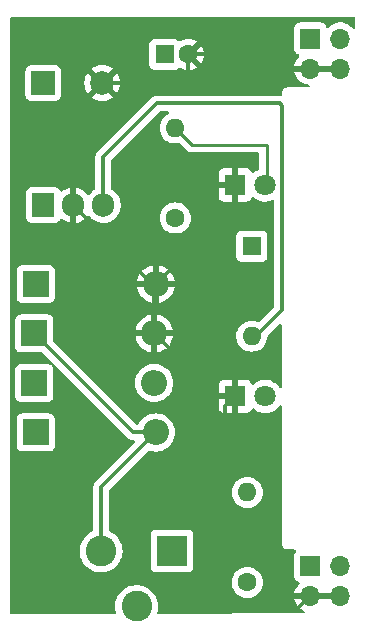
<source format=gbl>
%TF.GenerationSoftware,KiCad,Pcbnew,6.0.6*%
%TF.CreationDate,2022-09-01T23:29:10+01:00*%
%TF.ProjectId,breadbored power supply,62726561-6462-46f7-9265-6420706f7765,rev?*%
%TF.SameCoordinates,Original*%
%TF.FileFunction,Copper,L2,Bot*%
%TF.FilePolarity,Positive*%
%FSLAX46Y46*%
G04 Gerber Fmt 4.6, Leading zero omitted, Abs format (unit mm)*
G04 Created by KiCad (PCBNEW 6.0.6) date 2022-09-01 23:29:10*
%MOMM*%
%LPD*%
G01*
G04 APERTURE LIST*
%TA.AperFunction,ComponentPad*%
%ADD10C,1.600000*%
%TD*%
%TA.AperFunction,ComponentPad*%
%ADD11O,1.600000X1.600000*%
%TD*%
%TA.AperFunction,ComponentPad*%
%ADD12R,2.200000X2.200000*%
%TD*%
%TA.AperFunction,ComponentPad*%
%ADD13O,2.200000X2.200000*%
%TD*%
%TA.AperFunction,ComponentPad*%
%ADD14R,1.800000X1.800000*%
%TD*%
%TA.AperFunction,ComponentPad*%
%ADD15C,1.800000*%
%TD*%
%TA.AperFunction,ComponentPad*%
%ADD16R,1.905000X2.000000*%
%TD*%
%TA.AperFunction,ComponentPad*%
%ADD17O,1.905000X2.000000*%
%TD*%
%TA.AperFunction,ComponentPad*%
%ADD18R,1.600000X1.600000*%
%TD*%
%TA.AperFunction,ComponentPad*%
%ADD19R,2.600000X2.600000*%
%TD*%
%TA.AperFunction,ComponentPad*%
%ADD20C,2.600000*%
%TD*%
%TA.AperFunction,ComponentPad*%
%ADD21R,1.700000X1.700000*%
%TD*%
%TA.AperFunction,ComponentPad*%
%ADD22O,1.700000X1.700000*%
%TD*%
%TA.AperFunction,ComponentPad*%
%ADD23R,2.000000X2.000000*%
%TD*%
%TA.AperFunction,ComponentPad*%
%ADD24C,2.000000*%
%TD*%
%TA.AperFunction,Conductor*%
%ADD25C,0.300000*%
%TD*%
%TA.AperFunction,Conductor*%
%ADD26C,0.250000*%
%TD*%
G04 APERTURE END LIST*
D10*
%TO.P,R1,1*%
%TO.N,/Vout1*%
X148848000Y-128190000D03*
D11*
%TO.P,R1,2*%
%TO.N,Net-(R1-Pad2)*%
X148848000Y-120570000D03*
%TD*%
D12*
%TO.P,D1,1,K*%
%TO.N,/Vin*%
X130814000Y-111299000D03*
D13*
%TO.P,D1,2,A*%
%TO.N,Net-(D1-Pad2)*%
X140974000Y-111299000D03*
%TD*%
D14*
%TO.P,D6,1,K*%
%TO.N,/V-*%
X147832000Y-94535000D03*
D15*
%TO.P,D6,2,A*%
%TO.N,Net-(R2-Pad2)*%
X150372000Y-94535000D03*
%TD*%
D12*
%TO.P,D3,1,K*%
%TO.N,/Vin*%
X130941000Y-115490000D03*
D13*
%TO.P,D3,2,A*%
%TO.N,Net-(D4-Pad1)*%
X141101000Y-115490000D03*
%TD*%
D12*
%TO.P,D4,1,K*%
%TO.N,Net-(D4-Pad1)*%
X130814000Y-107108000D03*
D13*
%TO.P,D4,2,A*%
%TO.N,/V-*%
X140974000Y-107108000D03*
%TD*%
D16*
%TO.P,U1,1,VI*%
%TO.N,/Vin*%
X131576000Y-96242000D03*
D17*
%TO.P,U1,2,GND*%
%TO.N,/V-*%
X134116000Y-96242000D03*
%TO.P,U1,3,VO*%
%TO.N,/Vout1*%
X136656000Y-96242000D03*
%TD*%
D18*
%TO.P,C2,1*%
%TO.N,/Vout1*%
X141863000Y-83486000D03*
D10*
%TO.P,C2,2*%
%TO.N,/V-*%
X143863000Y-83486000D03*
%TD*%
D12*
%TO.P,D2,1,K*%
%TO.N,Net-(D1-Pad2)*%
X130941000Y-102917000D03*
D13*
%TO.P,D2,2,A*%
%TO.N,/V-*%
X141101000Y-102917000D03*
%TD*%
D19*
%TO.P,J1,1*%
%TO.N,Net-(D1-Pad2)*%
X142475000Y-125523000D03*
D20*
%TO.P,J1,2*%
%TO.N,Net-(D4-Pad1)*%
X136475000Y-125523000D03*
%TO.P,J1,3*%
%TO.N,unconnected-(J1-Pad3)*%
X139475000Y-130223000D03*
%TD*%
D14*
%TO.P,D5,1,K*%
%TO.N,/V-*%
X147832000Y-112442000D03*
D15*
%TO.P,D5,2,A*%
%TO.N,Net-(R1-Pad2)*%
X150372000Y-112442000D03*
%TD*%
D21*
%TO.P,J3,1,Pin_1*%
%TO.N,/Vout2*%
X154177000Y-126788000D03*
D22*
%TO.P,J3,2,Pin_2*%
X156717000Y-126788000D03*
%TO.P,J3,3,Pin_3*%
%TO.N,/V-*%
X154177000Y-129328000D03*
%TO.P,J3,4,Pin_4*%
X156717000Y-129328000D03*
%TD*%
D23*
%TO.P,C1,1*%
%TO.N,/Vin*%
X131576000Y-85899000D03*
D24*
%TO.P,C1,2*%
%TO.N,/V-*%
X136576000Y-85899000D03*
%TD*%
D21*
%TO.P,J2,1,Pin_1*%
%TO.N,/Vout2*%
X154177000Y-82135000D03*
D22*
%TO.P,J2,2,Pin_2*%
X156717000Y-82135000D03*
%TO.P,J2,3,Pin_3*%
%TO.N,/V-*%
X154177000Y-84675000D03*
%TO.P,J2,4,Pin_4*%
X156717000Y-84675000D03*
%TD*%
D10*
%TO.P,R2,1*%
%TO.N,/Vout2*%
X142752000Y-97329000D03*
D11*
%TO.P,R2,2*%
%TO.N,Net-(R2-Pad2)*%
X142752000Y-89709000D03*
%TD*%
D18*
%TO.P,SW1,1,A*%
%TO.N,/Vout2*%
X149229000Y-99721000D03*
D11*
%TO.P,SW1,2,B*%
%TO.N,/Vout1*%
X149229000Y-107341000D03*
%TD*%
D25*
%TO.N,/Vout1*%
X151801000Y-87838000D02*
X151801000Y-105138000D01*
X149598000Y-107341000D02*
X149229000Y-107341000D01*
X151801000Y-105138000D02*
X149598000Y-107341000D01*
X151601000Y-87638000D02*
X151801000Y-87838000D01*
X141201000Y-87638000D02*
X151601000Y-87638000D01*
X136656000Y-96242000D02*
X136656000Y-92183000D01*
X136656000Y-92183000D02*
X141201000Y-87638000D01*
D26*
%TO.N,Net-(R2-Pad2)*%
X150501000Y-94406000D02*
X150372000Y-94535000D01*
X150501000Y-91138000D02*
X150501000Y-94406000D01*
X144181000Y-91138000D02*
X150501000Y-91138000D01*
X142752000Y-89709000D02*
X144181000Y-91138000D01*
D25*
%TO.N,/V-*%
X156717000Y-129328000D02*
X154177000Y-129328000D01*
X134116000Y-96242000D02*
X134116000Y-88359000D01*
X154014000Y-84838000D02*
X154177000Y-84675000D01*
X140974000Y-107108000D02*
X140974000Y-103044000D01*
X143240000Y-85899000D02*
X143863000Y-85276000D01*
X147832000Y-112442000D02*
X146308000Y-112442000D01*
X150049000Y-83486000D02*
X151401000Y-84838000D01*
X141101000Y-102917000D02*
X140791000Y-102917000D01*
X151401000Y-84838000D02*
X154014000Y-84838000D01*
X140974000Y-103044000D02*
X141101000Y-102917000D01*
X147832000Y-96186000D02*
X147832000Y-94535000D01*
X147001000Y-113273000D02*
X147001000Y-130338000D01*
X140791000Y-102917000D02*
X134116000Y-96242000D01*
X154177000Y-129328000D02*
X154091000Y-129328000D01*
X136576000Y-85899000D02*
X143240000Y-85899000D01*
X143863000Y-83486000D02*
X150049000Y-83486000D01*
X141101000Y-102917000D02*
X147832000Y-96186000D01*
X147001000Y-130338000D02*
X153167000Y-130338000D01*
X153167000Y-130338000D02*
X154177000Y-129328000D01*
X143863000Y-85276000D02*
X143863000Y-83486000D01*
X146308000Y-112442000D02*
X140974000Y-107108000D01*
X154177000Y-84675000D02*
X156717000Y-84675000D01*
X134116000Y-88359000D02*
X136576000Y-85899000D01*
X147832000Y-112442000D02*
X147001000Y-113273000D01*
%TO.N,Net-(D4-Pad1)*%
X136475000Y-125523000D02*
X136475000Y-120116000D01*
X139196000Y-115490000D02*
X130814000Y-107108000D01*
X136475000Y-120116000D02*
X141101000Y-115490000D01*
X141101000Y-115490000D02*
X139196000Y-115490000D01*
%TD*%
%TA.AperFunction,Conductor*%
%TO.N,/V-*%
G36*
X157933621Y-80331502D02*
G01*
X157980114Y-80385158D01*
X157991500Y-80437500D01*
X157991500Y-81191323D01*
X157971498Y-81259444D01*
X157917842Y-81305937D01*
X157847568Y-81316041D01*
X157782988Y-81286547D01*
X157772307Y-81276123D01*
X157650152Y-81141876D01*
X157650142Y-81141867D01*
X157646670Y-81138051D01*
X157642619Y-81134852D01*
X157642615Y-81134848D01*
X157475414Y-81002800D01*
X157475410Y-81002798D01*
X157471359Y-80999598D01*
X157275789Y-80891638D01*
X157270920Y-80889914D01*
X157270916Y-80889912D01*
X157070087Y-80818795D01*
X157070083Y-80818794D01*
X157065212Y-80817069D01*
X157060119Y-80816162D01*
X157060116Y-80816161D01*
X156850373Y-80778800D01*
X156850367Y-80778799D01*
X156845284Y-80777894D01*
X156771452Y-80776992D01*
X156627081Y-80775228D01*
X156627079Y-80775228D01*
X156621911Y-80775165D01*
X156401091Y-80808955D01*
X156188756Y-80878357D01*
X155990607Y-80981507D01*
X155986474Y-80984610D01*
X155986471Y-80984612D01*
X155816100Y-81112530D01*
X155811965Y-81115635D01*
X155755537Y-81174684D01*
X155731283Y-81200064D01*
X155669759Y-81235494D01*
X155598846Y-81232037D01*
X155541060Y-81190791D01*
X155522207Y-81157243D01*
X155480767Y-81046703D01*
X155477615Y-81038295D01*
X155390261Y-80921739D01*
X155273705Y-80834385D01*
X155137316Y-80783255D01*
X155075134Y-80776500D01*
X153278866Y-80776500D01*
X153216684Y-80783255D01*
X153080295Y-80834385D01*
X152963739Y-80921739D01*
X152876385Y-81038295D01*
X152825255Y-81174684D01*
X152818500Y-81236866D01*
X152818500Y-83033134D01*
X152825255Y-83095316D01*
X152876385Y-83231705D01*
X152963739Y-83348261D01*
X153080295Y-83435615D01*
X153088704Y-83438767D01*
X153088705Y-83438768D01*
X153197960Y-83479726D01*
X153254725Y-83522367D01*
X153279425Y-83588929D01*
X153264218Y-83658278D01*
X153244825Y-83684759D01*
X153121590Y-83813717D01*
X153115104Y-83821727D01*
X152995098Y-83997649D01*
X152990000Y-84006623D01*
X152900338Y-84199783D01*
X152896775Y-84209470D01*
X152841389Y-84409183D01*
X152842912Y-84417607D01*
X152855292Y-84421000D01*
X156845000Y-84421000D01*
X156913121Y-84441002D01*
X156959614Y-84494658D01*
X156971000Y-84547000D01*
X156971000Y-84803000D01*
X156950998Y-84871121D01*
X156897342Y-84917614D01*
X156845000Y-84929000D01*
X152860225Y-84929000D01*
X152846694Y-84932973D01*
X152845257Y-84942966D01*
X152875565Y-85077446D01*
X152878645Y-85087275D01*
X152958770Y-85284603D01*
X152963413Y-85293794D01*
X153074694Y-85475388D01*
X153080777Y-85483699D01*
X153220213Y-85644667D01*
X153227580Y-85651883D01*
X153391434Y-85787916D01*
X153399881Y-85793831D01*
X153583756Y-85901279D01*
X153593042Y-85905729D01*
X153792001Y-85981703D01*
X153801899Y-85984579D01*
X154010595Y-86027038D01*
X154021901Y-86028386D01*
X154087175Y-86056310D01*
X154126990Y-86115092D01*
X154128705Y-86186068D01*
X154091775Y-86246704D01*
X154027926Y-86277748D01*
X154006987Y-86279500D01*
X152285623Y-86279500D01*
X152284853Y-86279498D01*
X152284037Y-86279493D01*
X152207279Y-86279024D01*
X152184918Y-86285415D01*
X152178847Y-86287150D01*
X152162085Y-86290728D01*
X152132813Y-86294920D01*
X152124645Y-86298634D01*
X152124644Y-86298634D01*
X152109438Y-86305548D01*
X152091914Y-86311996D01*
X152067229Y-86319051D01*
X152059635Y-86323843D01*
X152059632Y-86323844D01*
X152042220Y-86334830D01*
X152027137Y-86342969D01*
X152000218Y-86355208D01*
X151993416Y-86361069D01*
X151980765Y-86371970D01*
X151965761Y-86383073D01*
X151944042Y-86396776D01*
X151938103Y-86403501D01*
X151938099Y-86403504D01*
X151924468Y-86418938D01*
X151912276Y-86430982D01*
X151896673Y-86444427D01*
X151896671Y-86444430D01*
X151889873Y-86450287D01*
X151884993Y-86457816D01*
X151884992Y-86457817D01*
X151875906Y-86471835D01*
X151864615Y-86486709D01*
X151853569Y-86499217D01*
X151847622Y-86505951D01*
X151835058Y-86532711D01*
X151826737Y-86547691D01*
X151815529Y-86564983D01*
X151815527Y-86564988D01*
X151810648Y-86572515D01*
X151808078Y-86581108D01*
X151808076Y-86581113D01*
X151803289Y-86597120D01*
X151796628Y-86614564D01*
X151785719Y-86637800D01*
X151784338Y-86646667D01*
X151784338Y-86646668D01*
X151781170Y-86667015D01*
X151777387Y-86683732D01*
X151771485Y-86703466D01*
X151771484Y-86703472D01*
X151768914Y-86712066D01*
X151768859Y-86721037D01*
X151768859Y-86721038D01*
X151768704Y-86746497D01*
X151768671Y-86747289D01*
X151768500Y-86748386D01*
X151768500Y-86779377D01*
X151768498Y-86780147D01*
X151768065Y-86850996D01*
X151747647Y-86918993D01*
X151693708Y-86965157D01*
X151637709Y-86972606D01*
X151637600Y-86976083D01*
X151629677Y-86975834D01*
X151621848Y-86974594D01*
X151575859Y-86978941D01*
X151564004Y-86979500D01*
X141283059Y-86979500D01*
X141271203Y-86978941D01*
X141263463Y-86977211D01*
X141255537Y-86977460D01*
X141255536Y-86977460D01*
X141192611Y-86979438D01*
X141188653Y-86979500D01*
X141159568Y-86979500D01*
X141155637Y-86979997D01*
X141155630Y-86979997D01*
X141155179Y-86980054D01*
X141143343Y-86980986D01*
X141097169Y-86982438D01*
X141076579Y-86988420D01*
X141057218Y-86992430D01*
X141050230Y-86993312D01*
X141043796Y-86994125D01*
X141043795Y-86994125D01*
X141035936Y-86995118D01*
X141028571Y-86998034D01*
X141028567Y-86998035D01*
X140992979Y-87012126D01*
X140981769Y-87015965D01*
X140937400Y-87028855D01*
X140918935Y-87039775D01*
X140901195Y-87048466D01*
X140881244Y-87056365D01*
X140862410Y-87070049D01*
X140843874Y-87083516D01*
X140833952Y-87090033D01*
X140801023Y-87109507D01*
X140801019Y-87109510D01*
X140794193Y-87113547D01*
X140779029Y-87128711D01*
X140763996Y-87141551D01*
X140746643Y-87154159D01*
X140717198Y-87189752D01*
X140709208Y-87198532D01*
X136248395Y-91659345D01*
X136239615Y-91667335D01*
X136239613Y-91667337D01*
X136232920Y-91671584D01*
X136227494Y-91677362D01*
X136227493Y-91677363D01*
X136184396Y-91723257D01*
X136181641Y-91726099D01*
X136161073Y-91746667D01*
X136158356Y-91750170D01*
X136150648Y-91759195D01*
X136119028Y-91792867D01*
X136115207Y-91799818D01*
X136115206Y-91799819D01*
X136108697Y-91811658D01*
X136097843Y-91828182D01*
X136090018Y-91838271D01*
X136084696Y-91845132D01*
X136081549Y-91852404D01*
X136081548Y-91852406D01*
X136066346Y-91887535D01*
X136061124Y-91898195D01*
X136038876Y-91938663D01*
X136033541Y-91959441D01*
X136027142Y-91978131D01*
X136018620Y-91997824D01*
X136017380Y-92005655D01*
X136011394Y-92043448D01*
X136008987Y-92055071D01*
X135997500Y-92099812D01*
X135997500Y-92121259D01*
X135995949Y-92140969D01*
X135992594Y-92162152D01*
X135993340Y-92170043D01*
X135996941Y-92208138D01*
X135997500Y-92219996D01*
X135997500Y-94813643D01*
X135977498Y-94881764D01*
X135929682Y-94925405D01*
X135874800Y-94953975D01*
X135870657Y-94957085D01*
X135870658Y-94957085D01*
X135705867Y-95080814D01*
X135682680Y-95098223D01*
X135516699Y-95271912D01*
X135491160Y-95309351D01*
X135436249Y-95354352D01*
X135365725Y-95362523D01*
X135301978Y-95331269D01*
X135281284Y-95306790D01*
X135279915Y-95304674D01*
X135273622Y-95296502D01*
X135118950Y-95126520D01*
X135111417Y-95119494D01*
X134931056Y-94977055D01*
X134922469Y-94971350D01*
X134721278Y-94860286D01*
X134711866Y-94856056D01*
X134495232Y-94779341D01*
X134485261Y-94776707D01*
X134387837Y-94759353D01*
X134374540Y-94760813D01*
X134370000Y-94775370D01*
X134370000Y-97710096D01*
X134373918Y-97723440D01*
X134388194Y-97725427D01*
X134450515Y-97715890D01*
X134460543Y-97713501D01*
X134678988Y-97642102D01*
X134688497Y-97638105D01*
X134892344Y-97531989D01*
X134901069Y-97526495D01*
X135084852Y-97388507D01*
X135092559Y-97381664D01*
X135251339Y-97215509D01*
X135257823Y-97207502D01*
X135280237Y-97174644D01*
X135335148Y-97129641D01*
X135405672Y-97121468D01*
X135469420Y-97152722D01*
X135490116Y-97177204D01*
X135494498Y-97183977D01*
X135656186Y-97361670D01*
X135707331Y-97402062D01*
X135840670Y-97507367D01*
X135840675Y-97507370D01*
X135844724Y-97510568D01*
X135849240Y-97513061D01*
X135849243Y-97513063D01*
X136050526Y-97624177D01*
X136050530Y-97624179D01*
X136055050Y-97626674D01*
X136059919Y-97628398D01*
X136059923Y-97628400D01*
X136276640Y-97705144D01*
X136276644Y-97705145D01*
X136281515Y-97706870D01*
X136286608Y-97707777D01*
X136286611Y-97707778D01*
X136512948Y-97748095D01*
X136512954Y-97748096D01*
X136518037Y-97749001D01*
X136605400Y-97750068D01*
X136753093Y-97751873D01*
X136753095Y-97751873D01*
X136758263Y-97751936D01*
X136995744Y-97715596D01*
X137107997Y-97678906D01*
X137219183Y-97642566D01*
X137219189Y-97642563D01*
X137224101Y-97640958D01*
X137228687Y-97638571D01*
X137228691Y-97638569D01*
X137432607Y-97532416D01*
X137437200Y-97530025D01*
X137519387Y-97468317D01*
X137625185Y-97388882D01*
X137625188Y-97388880D01*
X137629320Y-97385777D01*
X137683577Y-97329000D01*
X141438502Y-97329000D01*
X141458457Y-97557087D01*
X141459881Y-97562400D01*
X141459881Y-97562402D01*
X141509881Y-97749001D01*
X141517716Y-97778243D01*
X141520039Y-97783224D01*
X141520039Y-97783225D01*
X141612151Y-97980762D01*
X141612154Y-97980767D01*
X141614477Y-97985749D01*
X141745802Y-98173300D01*
X141907700Y-98335198D01*
X141912208Y-98338355D01*
X141912211Y-98338357D01*
X141990389Y-98393098D01*
X142095251Y-98466523D01*
X142100233Y-98468846D01*
X142100238Y-98468849D01*
X142297775Y-98560961D01*
X142302757Y-98563284D01*
X142308065Y-98564706D01*
X142308067Y-98564707D01*
X142518598Y-98621119D01*
X142518600Y-98621119D01*
X142523913Y-98622543D01*
X142752000Y-98642498D01*
X142980087Y-98622543D01*
X142985400Y-98621119D01*
X142985402Y-98621119D01*
X143195933Y-98564707D01*
X143195935Y-98564706D01*
X143201243Y-98563284D01*
X143206225Y-98560961D01*
X143403762Y-98468849D01*
X143403767Y-98468846D01*
X143408749Y-98466523D01*
X143513611Y-98393098D01*
X143591789Y-98338357D01*
X143591792Y-98338355D01*
X143596300Y-98335198D01*
X143758198Y-98173300D01*
X143889523Y-97985749D01*
X143891846Y-97980767D01*
X143891849Y-97980762D01*
X143983961Y-97783225D01*
X143983961Y-97783224D01*
X143986284Y-97778243D01*
X143994120Y-97749001D01*
X144044119Y-97562402D01*
X144044119Y-97562400D01*
X144045543Y-97557087D01*
X144065498Y-97329000D01*
X144045543Y-97100913D01*
X144022153Y-97013622D01*
X143987707Y-96885067D01*
X143987706Y-96885065D01*
X143986284Y-96879757D01*
X143949282Y-96800405D01*
X143891849Y-96677238D01*
X143891846Y-96677233D01*
X143889523Y-96672251D01*
X143758198Y-96484700D01*
X143596300Y-96322802D01*
X143591792Y-96319645D01*
X143591789Y-96319643D01*
X143513611Y-96264902D01*
X143408749Y-96191477D01*
X143403767Y-96189154D01*
X143403762Y-96189151D01*
X143206225Y-96097039D01*
X143206224Y-96097039D01*
X143201243Y-96094716D01*
X143195935Y-96093294D01*
X143195933Y-96093293D01*
X142985402Y-96036881D01*
X142985400Y-96036881D01*
X142980087Y-96035457D01*
X142752000Y-96015502D01*
X142523913Y-96035457D01*
X142518600Y-96036881D01*
X142518598Y-96036881D01*
X142308067Y-96093293D01*
X142308065Y-96093294D01*
X142302757Y-96094716D01*
X142297776Y-96097039D01*
X142297775Y-96097039D01*
X142100238Y-96189151D01*
X142100233Y-96189154D01*
X142095251Y-96191477D01*
X141990389Y-96264902D01*
X141912211Y-96319643D01*
X141912208Y-96319645D01*
X141907700Y-96322802D01*
X141745802Y-96484700D01*
X141614477Y-96672251D01*
X141612154Y-96677233D01*
X141612151Y-96677238D01*
X141554718Y-96800405D01*
X141517716Y-96879757D01*
X141516294Y-96885065D01*
X141516293Y-96885067D01*
X141481847Y-97013622D01*
X141458457Y-97100913D01*
X141438502Y-97329000D01*
X137683577Y-97329000D01*
X137795301Y-97212088D01*
X137930686Y-97013622D01*
X137945243Y-96982263D01*
X138029658Y-96800405D01*
X138029659Y-96800401D01*
X138031837Y-96795710D01*
X138096040Y-96564202D01*
X138117000Y-96368072D01*
X138117000Y-96133598D01*
X138115548Y-96115928D01*
X138102746Y-95960224D01*
X138102322Y-95955063D01*
X138043794Y-95722056D01*
X137970115Y-95552604D01*
X137950057Y-95506474D01*
X137950055Y-95506471D01*
X137947997Y-95501737D01*
X137933721Y-95479669D01*
X146424001Y-95479669D01*
X146424371Y-95486490D01*
X146429895Y-95537352D01*
X146433521Y-95552604D01*
X146478676Y-95673054D01*
X146487214Y-95688649D01*
X146563715Y-95790724D01*
X146576276Y-95803285D01*
X146678351Y-95879786D01*
X146693946Y-95888324D01*
X146814394Y-95933478D01*
X146829649Y-95937105D01*
X146880514Y-95942631D01*
X146887328Y-95943000D01*
X147559885Y-95943000D01*
X147575124Y-95938525D01*
X147576329Y-95937135D01*
X147578000Y-95929452D01*
X147578000Y-94807115D01*
X147573525Y-94791876D01*
X147572135Y-94790671D01*
X147564452Y-94789000D01*
X146442116Y-94789000D01*
X146426877Y-94793475D01*
X146425672Y-94794865D01*
X146424001Y-94802548D01*
X146424001Y-95479669D01*
X137933721Y-95479669D01*
X137817502Y-95300023D01*
X137655814Y-95122330D01*
X137467276Y-94973432D01*
X137427704Y-94951587D01*
X137379606Y-94925035D01*
X137329635Y-94874602D01*
X137314500Y-94814727D01*
X137314500Y-94262885D01*
X146424000Y-94262885D01*
X146428475Y-94278124D01*
X146429865Y-94279329D01*
X146437548Y-94281000D01*
X147559885Y-94281000D01*
X147575124Y-94276525D01*
X147576329Y-94275135D01*
X147578000Y-94267452D01*
X147578000Y-93145116D01*
X147573525Y-93129877D01*
X147572135Y-93128672D01*
X147564452Y-93127001D01*
X146887331Y-93127001D01*
X146880510Y-93127371D01*
X146829648Y-93132895D01*
X146814396Y-93136521D01*
X146693946Y-93181676D01*
X146678351Y-93190214D01*
X146576276Y-93266715D01*
X146563715Y-93279276D01*
X146487214Y-93381351D01*
X146478676Y-93396946D01*
X146433522Y-93517394D01*
X146429895Y-93532649D01*
X146424369Y-93583514D01*
X146424000Y-93590328D01*
X146424000Y-94262885D01*
X137314500Y-94262885D01*
X137314500Y-92507950D01*
X137334502Y-92439829D01*
X137351405Y-92418855D01*
X141436855Y-88333405D01*
X141499167Y-88299379D01*
X141525950Y-88296500D01*
X142116592Y-88296500D01*
X142184713Y-88316502D01*
X142231206Y-88370158D01*
X142241310Y-88440432D01*
X142211816Y-88505012D01*
X142169841Y-88536695D01*
X142100242Y-88569149D01*
X142100236Y-88569153D01*
X142095251Y-88571477D01*
X141990389Y-88644902D01*
X141912211Y-88699643D01*
X141912208Y-88699645D01*
X141907700Y-88702802D01*
X141745802Y-88864700D01*
X141614477Y-89052251D01*
X141612154Y-89057233D01*
X141612151Y-89057238D01*
X141520039Y-89254775D01*
X141517716Y-89259757D01*
X141458457Y-89480913D01*
X141438502Y-89709000D01*
X141458457Y-89937087D01*
X141459880Y-89942398D01*
X141459881Y-89942402D01*
X141475460Y-90000541D01*
X141517716Y-90158243D01*
X141520039Y-90163224D01*
X141520039Y-90163225D01*
X141612151Y-90360762D01*
X141612154Y-90360767D01*
X141614477Y-90365749D01*
X141617634Y-90370257D01*
X141739504Y-90544305D01*
X141745802Y-90553300D01*
X141907700Y-90715198D01*
X141912208Y-90718355D01*
X141912211Y-90718357D01*
X141990389Y-90773098D01*
X142095251Y-90846523D01*
X142100233Y-90848846D01*
X142100238Y-90848849D01*
X142297775Y-90940961D01*
X142302757Y-90943284D01*
X142308065Y-90944706D01*
X142308067Y-90944707D01*
X142518598Y-91001119D01*
X142518600Y-91001119D01*
X142523913Y-91002543D01*
X142752000Y-91022498D01*
X142980087Y-91002543D01*
X142985398Y-91001120D01*
X142985409Y-91001118D01*
X143043541Y-90985541D01*
X143114517Y-90987230D01*
X143165248Y-91018152D01*
X143677343Y-91530247D01*
X143684887Y-91538537D01*
X143689000Y-91545018D01*
X143694777Y-91550443D01*
X143738667Y-91591658D01*
X143741509Y-91594413D01*
X143761230Y-91614134D01*
X143764425Y-91616612D01*
X143773447Y-91624318D01*
X143805679Y-91654586D01*
X143812628Y-91658406D01*
X143823432Y-91664346D01*
X143839956Y-91675199D01*
X143855959Y-91687613D01*
X143896543Y-91705176D01*
X143907173Y-91710383D01*
X143945940Y-91731695D01*
X143953617Y-91733666D01*
X143953622Y-91733668D01*
X143965558Y-91736732D01*
X143984266Y-91743137D01*
X144002855Y-91751181D01*
X144010683Y-91752421D01*
X144010690Y-91752423D01*
X144046524Y-91758099D01*
X144058144Y-91760505D01*
X144093289Y-91769528D01*
X144100970Y-91771500D01*
X144121224Y-91771500D01*
X144140934Y-91773051D01*
X144160943Y-91776220D01*
X144168835Y-91775474D01*
X144204961Y-91772059D01*
X144216819Y-91771500D01*
X149741500Y-91771500D01*
X149809621Y-91791502D01*
X149856114Y-91845158D01*
X149867500Y-91897500D01*
X149867500Y-93133167D01*
X149847498Y-93201288D01*
X149799684Y-93244928D01*
X149618872Y-93339052D01*
X149614739Y-93342155D01*
X149614736Y-93342157D01*
X149437790Y-93475012D01*
X149433655Y-93478117D01*
X149430083Y-93481855D01*
X149415787Y-93496815D01*
X149354263Y-93532245D01*
X149283351Y-93528788D01*
X149225564Y-93487543D01*
X149206711Y-93453994D01*
X149185324Y-93396946D01*
X149176786Y-93381351D01*
X149100285Y-93279276D01*
X149087724Y-93266715D01*
X148985649Y-93190214D01*
X148970054Y-93181676D01*
X148849606Y-93136522D01*
X148834351Y-93132895D01*
X148783486Y-93127369D01*
X148776672Y-93127000D01*
X148104115Y-93127000D01*
X148088876Y-93131475D01*
X148087671Y-93132865D01*
X148086000Y-93140548D01*
X148086000Y-95924884D01*
X148090475Y-95940123D01*
X148091865Y-95941328D01*
X148099548Y-95942999D01*
X148776669Y-95942999D01*
X148783490Y-95942629D01*
X148834352Y-95937105D01*
X148849604Y-95933479D01*
X148970054Y-95888324D01*
X148985649Y-95879786D01*
X149087724Y-95803285D01*
X149100285Y-95790724D01*
X149176786Y-95688649D01*
X149185324Y-95673054D01*
X149206773Y-95615840D01*
X149249415Y-95559075D01*
X149315977Y-95534376D01*
X149385325Y-95549584D01*
X149405240Y-95563126D01*
X149561349Y-95692730D01*
X149761322Y-95809584D01*
X149977694Y-95892209D01*
X149982760Y-95893240D01*
X149982761Y-95893240D01*
X150035846Y-95904040D01*
X150204656Y-95938385D01*
X150335324Y-95943176D01*
X150430949Y-95946683D01*
X150430953Y-95946683D01*
X150436113Y-95946872D01*
X150441233Y-95946216D01*
X150441235Y-95946216D01*
X150540668Y-95933478D01*
X150665847Y-95917442D01*
X150670795Y-95915957D01*
X150670802Y-95915956D01*
X150882747Y-95852369D01*
X150887690Y-95850886D01*
X150892324Y-95848616D01*
X150961068Y-95814939D01*
X151031042Y-95802933D01*
X151096399Y-95830664D01*
X151136389Y-95889327D01*
X151142500Y-95928091D01*
X151142500Y-104813051D01*
X151122498Y-104881172D01*
X151105595Y-104902146D01*
X149892562Y-106115178D01*
X149830250Y-106149204D01*
X149759434Y-106144139D01*
X149750218Y-106140278D01*
X149683232Y-106109042D01*
X149683228Y-106109041D01*
X149678243Y-106106716D01*
X149567665Y-106077086D01*
X149462402Y-106048881D01*
X149462400Y-106048881D01*
X149457087Y-106047457D01*
X149229000Y-106027502D01*
X149000913Y-106047457D01*
X148995600Y-106048881D01*
X148995598Y-106048881D01*
X148785067Y-106105293D01*
X148785065Y-106105294D01*
X148779757Y-106106716D01*
X148774776Y-106109039D01*
X148774775Y-106109039D01*
X148577238Y-106201151D01*
X148577233Y-106201154D01*
X148572251Y-106203477D01*
X148467389Y-106276902D01*
X148389211Y-106331643D01*
X148389208Y-106331645D01*
X148384700Y-106334802D01*
X148222802Y-106496700D01*
X148091477Y-106684251D01*
X148089154Y-106689233D01*
X148089151Y-106689238D01*
X148020769Y-106835885D01*
X147994716Y-106891757D01*
X147935457Y-107112913D01*
X147915502Y-107341000D01*
X147935457Y-107569087D01*
X147936881Y-107574400D01*
X147936881Y-107574402D01*
X147986568Y-107759833D01*
X147994716Y-107790243D01*
X147997039Y-107795224D01*
X147997039Y-107795225D01*
X148089151Y-107992762D01*
X148089154Y-107992767D01*
X148091477Y-107997749D01*
X148222802Y-108185300D01*
X148384700Y-108347198D01*
X148389208Y-108350355D01*
X148389211Y-108350357D01*
X148467389Y-108405098D01*
X148572251Y-108478523D01*
X148577233Y-108480846D01*
X148577238Y-108480849D01*
X148774775Y-108572961D01*
X148779757Y-108575284D01*
X148785065Y-108576706D01*
X148785067Y-108576707D01*
X148995598Y-108633119D01*
X148995600Y-108633119D01*
X149000913Y-108634543D01*
X149229000Y-108654498D01*
X149457087Y-108634543D01*
X149462400Y-108633119D01*
X149462402Y-108633119D01*
X149672933Y-108576707D01*
X149672935Y-108576706D01*
X149678243Y-108575284D01*
X149683225Y-108572961D01*
X149880762Y-108480849D01*
X149880767Y-108480846D01*
X149885749Y-108478523D01*
X149990611Y-108405098D01*
X150068789Y-108350357D01*
X150068792Y-108350355D01*
X150073300Y-108347198D01*
X150235198Y-108185300D01*
X150366523Y-107997749D01*
X150368846Y-107992767D01*
X150368849Y-107992762D01*
X150460961Y-107795225D01*
X150460961Y-107795224D01*
X150463284Y-107790243D01*
X150471433Y-107759833D01*
X150521119Y-107574402D01*
X150521119Y-107574400D01*
X150522543Y-107569087D01*
X150523022Y-107563611D01*
X150523023Y-107563606D01*
X150539076Y-107380115D01*
X150539770Y-107372177D01*
X150565633Y-107306059D01*
X150576188Y-107294072D01*
X151553407Y-106316853D01*
X151615717Y-106282829D01*
X151686532Y-106287893D01*
X151743368Y-106330440D01*
X151768179Y-106396960D01*
X151768500Y-106405949D01*
X151768500Y-111580698D01*
X151748498Y-111648819D01*
X151694842Y-111695312D01*
X151624568Y-111705416D01*
X151559988Y-111675922D01*
X151536708Y-111649138D01*
X151494574Y-111584009D01*
X151491764Y-111579665D01*
X151335887Y-111408358D01*
X151331836Y-111405159D01*
X151331832Y-111405155D01*
X151158177Y-111268011D01*
X151158172Y-111268008D01*
X151154123Y-111264810D01*
X151149607Y-111262317D01*
X151149604Y-111262315D01*
X150955879Y-111155373D01*
X150955875Y-111155371D01*
X150951355Y-111152876D01*
X150946486Y-111151152D01*
X150946482Y-111151150D01*
X150737903Y-111077288D01*
X150737899Y-111077287D01*
X150733028Y-111075562D01*
X150727935Y-111074655D01*
X150727932Y-111074654D01*
X150510095Y-111035851D01*
X150510089Y-111035850D01*
X150505006Y-111034945D01*
X150427644Y-111034000D01*
X150278581Y-111032179D01*
X150278579Y-111032179D01*
X150273411Y-111032116D01*
X150044464Y-111067150D01*
X149824314Y-111139106D01*
X149819726Y-111141494D01*
X149819722Y-111141496D01*
X149623461Y-111243663D01*
X149618872Y-111246052D01*
X149614739Y-111249155D01*
X149614736Y-111249157D01*
X149437790Y-111382012D01*
X149433655Y-111385117D01*
X149430083Y-111388855D01*
X149415787Y-111403815D01*
X149354263Y-111439245D01*
X149283351Y-111435788D01*
X149225564Y-111394543D01*
X149206711Y-111360994D01*
X149185324Y-111303946D01*
X149176786Y-111288351D01*
X149100285Y-111186276D01*
X149087724Y-111173715D01*
X148985649Y-111097214D01*
X148970054Y-111088676D01*
X148849606Y-111043522D01*
X148834351Y-111039895D01*
X148783486Y-111034369D01*
X148776672Y-111034000D01*
X148104115Y-111034000D01*
X148088876Y-111038475D01*
X148087671Y-111039865D01*
X148086000Y-111047548D01*
X148086000Y-113831884D01*
X148090475Y-113847123D01*
X148091865Y-113848328D01*
X148099548Y-113849999D01*
X148776669Y-113849999D01*
X148783490Y-113849629D01*
X148834352Y-113844105D01*
X148849604Y-113840479D01*
X148970054Y-113795324D01*
X148985649Y-113786786D01*
X149087724Y-113710285D01*
X149100285Y-113697724D01*
X149176786Y-113595649D01*
X149185324Y-113580054D01*
X149206773Y-113522840D01*
X149249415Y-113466075D01*
X149315977Y-113441376D01*
X149385325Y-113456584D01*
X149405240Y-113470126D01*
X149561349Y-113599730D01*
X149761322Y-113716584D01*
X149977694Y-113799209D01*
X149982760Y-113800240D01*
X149982761Y-113800240D01*
X150035846Y-113811040D01*
X150204656Y-113845385D01*
X150335324Y-113850176D01*
X150430949Y-113853683D01*
X150430953Y-113853683D01*
X150436113Y-113853872D01*
X150441233Y-113853216D01*
X150441235Y-113853216D01*
X150540668Y-113840478D01*
X150665847Y-113824442D01*
X150670795Y-113822957D01*
X150670802Y-113822956D01*
X150882747Y-113759369D01*
X150887690Y-113757886D01*
X150968236Y-113718427D01*
X151091049Y-113658262D01*
X151091052Y-113658260D01*
X151095684Y-113655991D01*
X151284243Y-113521494D01*
X151448303Y-113358005D01*
X151451317Y-113353811D01*
X151451326Y-113353800D01*
X151540178Y-113230149D01*
X151596172Y-113186501D01*
X151666876Y-113180055D01*
X151729840Y-113212858D01*
X151765074Y-113274494D01*
X151768500Y-113303675D01*
X151768500Y-124879377D01*
X151768498Y-124880147D01*
X151768024Y-124957721D01*
X151770491Y-124966352D01*
X151776150Y-124986153D01*
X151779728Y-125002915D01*
X151783920Y-125032187D01*
X151787634Y-125040355D01*
X151787634Y-125040356D01*
X151794548Y-125055562D01*
X151800996Y-125073086D01*
X151808051Y-125097771D01*
X151812843Y-125105365D01*
X151812844Y-125105368D01*
X151823830Y-125122780D01*
X151831969Y-125137863D01*
X151844208Y-125164782D01*
X151850069Y-125171584D01*
X151860970Y-125184235D01*
X151872073Y-125199239D01*
X151885776Y-125220958D01*
X151892501Y-125226897D01*
X151892504Y-125226901D01*
X151907938Y-125240532D01*
X151919982Y-125252724D01*
X151933427Y-125268327D01*
X151933430Y-125268329D01*
X151939287Y-125275127D01*
X151946816Y-125280007D01*
X151946817Y-125280008D01*
X151960835Y-125289094D01*
X151975709Y-125300385D01*
X151988217Y-125311431D01*
X151994951Y-125317378D01*
X152021711Y-125329942D01*
X152036691Y-125338263D01*
X152053983Y-125349471D01*
X152053988Y-125349473D01*
X152061515Y-125354352D01*
X152070108Y-125356922D01*
X152070113Y-125356924D01*
X152086120Y-125361711D01*
X152103564Y-125368372D01*
X152118676Y-125375467D01*
X152118678Y-125375468D01*
X152126800Y-125379281D01*
X152135667Y-125380662D01*
X152135668Y-125380662D01*
X152145310Y-125382163D01*
X152156017Y-125383830D01*
X152172732Y-125387613D01*
X152192466Y-125393515D01*
X152192472Y-125393516D01*
X152201066Y-125396086D01*
X152210037Y-125396141D01*
X152210038Y-125396141D01*
X152220097Y-125396202D01*
X152235506Y-125396296D01*
X152236289Y-125396329D01*
X152237386Y-125396500D01*
X152268377Y-125396500D01*
X152269147Y-125396502D01*
X152342785Y-125396952D01*
X152342786Y-125396952D01*
X152346721Y-125396976D01*
X152348065Y-125396592D01*
X152349410Y-125396500D01*
X152845431Y-125396500D01*
X152913552Y-125416502D01*
X152960045Y-125470158D01*
X152970149Y-125540432D01*
X152946257Y-125598065D01*
X152876385Y-125691295D01*
X152825255Y-125827684D01*
X152818500Y-125889866D01*
X152818500Y-127686134D01*
X152825255Y-127748316D01*
X152876385Y-127884705D01*
X152963739Y-128001261D01*
X153080295Y-128088615D01*
X153088704Y-128091767D01*
X153088705Y-128091768D01*
X153197960Y-128132726D01*
X153254725Y-128175367D01*
X153279425Y-128241929D01*
X153264218Y-128311278D01*
X153244825Y-128337759D01*
X153121590Y-128466717D01*
X153115104Y-128474727D01*
X152995098Y-128650649D01*
X152990000Y-128659623D01*
X152900338Y-128852783D01*
X152896775Y-128862470D01*
X152841389Y-129062183D01*
X152842912Y-129070607D01*
X152855292Y-129074000D01*
X156845000Y-129074000D01*
X156913121Y-129094002D01*
X156959614Y-129147658D01*
X156971000Y-129200000D01*
X156971000Y-129456000D01*
X156950998Y-129524121D01*
X156897342Y-129570614D01*
X156845000Y-129582000D01*
X152860225Y-129582000D01*
X152846694Y-129585973D01*
X152845257Y-129595966D01*
X152875565Y-129730446D01*
X152878645Y-129740275D01*
X152958770Y-129937603D01*
X152963413Y-129946794D01*
X153074694Y-130128388D01*
X153080777Y-130136699D01*
X153220213Y-130297667D01*
X153227580Y-130304883D01*
X153391434Y-130440916D01*
X153399881Y-130446831D01*
X153583756Y-130554279D01*
X153593043Y-130558729D01*
X153627781Y-130571994D01*
X153684284Y-130614981D01*
X153708577Y-130681693D01*
X153692947Y-130750947D01*
X153642356Y-130800758D01*
X153583261Y-130815703D01*
X141342113Y-130857339D01*
X141273924Y-130837569D01*
X141227249Y-130784072D01*
X141216906Y-130713833D01*
X141220415Y-130697139D01*
X141250892Y-130589076D01*
X141250893Y-130589071D01*
X141252163Y-130584568D01*
X141270438Y-130440916D01*
X141285688Y-130321045D01*
X141285688Y-130321041D01*
X141286086Y-130317915D01*
X141288571Y-130223000D01*
X141268650Y-129954937D01*
X141267619Y-129950379D01*
X141210361Y-129697331D01*
X141210360Y-129697326D01*
X141209327Y-129692763D01*
X141111902Y-129442238D01*
X140978518Y-129208864D01*
X140971531Y-129200000D01*
X140912416Y-129125014D01*
X140812105Y-128997769D01*
X140616317Y-128813591D01*
X140395457Y-128660374D01*
X140375315Y-128650441D01*
X140158564Y-128543551D01*
X140158561Y-128543550D01*
X140154376Y-128541486D01*
X140106745Y-128526239D01*
X139963202Y-128480291D01*
X139898370Y-128459538D01*
X139893763Y-128458788D01*
X139893760Y-128458787D01*
X139637674Y-128417081D01*
X139637675Y-128417081D01*
X139633063Y-128416330D01*
X139502719Y-128414624D01*
X139368961Y-128412873D01*
X139368958Y-128412873D01*
X139364284Y-128412812D01*
X139097937Y-128449060D01*
X138839874Y-128524278D01*
X138595763Y-128636815D01*
X138591854Y-128639378D01*
X138374881Y-128781631D01*
X138374876Y-128781635D01*
X138370968Y-128784197D01*
X138170426Y-128963188D01*
X137998544Y-129169854D01*
X137859096Y-129399656D01*
X137857287Y-129403970D01*
X137857285Y-129403974D01*
X137806904Y-129524121D01*
X137755148Y-129647545D01*
X137688981Y-129908077D01*
X137662050Y-130175526D01*
X137674947Y-130444019D01*
X137727388Y-130707656D01*
X137728494Y-130710738D01*
X137727431Y-130781358D01*
X137688152Y-130840499D01*
X137623135Y-130869016D01*
X137607512Y-130870042D01*
X129450790Y-130897786D01*
X128926429Y-130899570D01*
X128858240Y-130879800D01*
X128811565Y-130826303D01*
X128800000Y-130773571D01*
X128800000Y-128190000D01*
X147534502Y-128190000D01*
X147554457Y-128418087D01*
X147555881Y-128423400D01*
X147555881Y-128423402D01*
X147587141Y-128540063D01*
X147613716Y-128639243D01*
X147616039Y-128644224D01*
X147616039Y-128644225D01*
X147708151Y-128841762D01*
X147708154Y-128841767D01*
X147710477Y-128846749D01*
X147721485Y-128862470D01*
X147816223Y-128997769D01*
X147841802Y-129034300D01*
X148003700Y-129196198D01*
X148008208Y-129199355D01*
X148008211Y-129199357D01*
X148027584Y-129212922D01*
X148191251Y-129327523D01*
X148196233Y-129329846D01*
X148196238Y-129329849D01*
X148393775Y-129421961D01*
X148398757Y-129424284D01*
X148404065Y-129425706D01*
X148404067Y-129425707D01*
X148614598Y-129482119D01*
X148614600Y-129482119D01*
X148619913Y-129483543D01*
X148848000Y-129503498D01*
X149076087Y-129483543D01*
X149081400Y-129482119D01*
X149081402Y-129482119D01*
X149291933Y-129425707D01*
X149291935Y-129425706D01*
X149297243Y-129424284D01*
X149302225Y-129421961D01*
X149499762Y-129329849D01*
X149499767Y-129329846D01*
X149504749Y-129327523D01*
X149668416Y-129212922D01*
X149687789Y-129199357D01*
X149687792Y-129199355D01*
X149692300Y-129196198D01*
X149854198Y-129034300D01*
X149879778Y-128997769D01*
X149974515Y-128862470D01*
X149985523Y-128846749D01*
X149987846Y-128841767D01*
X149987849Y-128841762D01*
X150079961Y-128644225D01*
X150079961Y-128644224D01*
X150082284Y-128639243D01*
X150108860Y-128540063D01*
X150140119Y-128423402D01*
X150140119Y-128423400D01*
X150141543Y-128418087D01*
X150161498Y-128190000D01*
X150141543Y-127961913D01*
X150140119Y-127956598D01*
X150083707Y-127746067D01*
X150083706Y-127746065D01*
X150082284Y-127740757D01*
X150079961Y-127735775D01*
X149987849Y-127538238D01*
X149987846Y-127538233D01*
X149985523Y-127533251D01*
X149854198Y-127345700D01*
X149692300Y-127183802D01*
X149687792Y-127180645D01*
X149687789Y-127180643D01*
X149609611Y-127125902D01*
X149504749Y-127052477D01*
X149499767Y-127050154D01*
X149499762Y-127050151D01*
X149302225Y-126958039D01*
X149302224Y-126958039D01*
X149297243Y-126955716D01*
X149291935Y-126954294D01*
X149291933Y-126954293D01*
X149081402Y-126897881D01*
X149081400Y-126897881D01*
X149076087Y-126896457D01*
X148848000Y-126876502D01*
X148619913Y-126896457D01*
X148614600Y-126897881D01*
X148614598Y-126897881D01*
X148404067Y-126954293D01*
X148404065Y-126954294D01*
X148398757Y-126955716D01*
X148393776Y-126958039D01*
X148393775Y-126958039D01*
X148196238Y-127050151D01*
X148196233Y-127050154D01*
X148191251Y-127052477D01*
X148086389Y-127125902D01*
X148008211Y-127180643D01*
X148008208Y-127180645D01*
X148003700Y-127183802D01*
X147841802Y-127345700D01*
X147710477Y-127533251D01*
X147708154Y-127538233D01*
X147708151Y-127538238D01*
X147616039Y-127735775D01*
X147613716Y-127740757D01*
X147612294Y-127746065D01*
X147612293Y-127746067D01*
X147555881Y-127956598D01*
X147554457Y-127961913D01*
X147534502Y-128190000D01*
X128800000Y-128190000D01*
X128800000Y-116638134D01*
X129332500Y-116638134D01*
X129339255Y-116700316D01*
X129390385Y-116836705D01*
X129477739Y-116953261D01*
X129594295Y-117040615D01*
X129730684Y-117091745D01*
X129792866Y-117098500D01*
X132089134Y-117098500D01*
X132151316Y-117091745D01*
X132287705Y-117040615D01*
X132404261Y-116953261D01*
X132491615Y-116836705D01*
X132542745Y-116700316D01*
X132549500Y-116638134D01*
X132549500Y-114341866D01*
X132542745Y-114279684D01*
X132491615Y-114143295D01*
X132404261Y-114026739D01*
X132287705Y-113939385D01*
X132151316Y-113888255D01*
X132089134Y-113881500D01*
X129792866Y-113881500D01*
X129730684Y-113888255D01*
X129594295Y-113939385D01*
X129477739Y-114026739D01*
X129390385Y-114143295D01*
X129339255Y-114279684D01*
X129332500Y-114341866D01*
X129332500Y-116638134D01*
X128800000Y-116638134D01*
X128800000Y-112447134D01*
X129205500Y-112447134D01*
X129212255Y-112509316D01*
X129263385Y-112645705D01*
X129350739Y-112762261D01*
X129467295Y-112849615D01*
X129603684Y-112900745D01*
X129665866Y-112907500D01*
X131962134Y-112907500D01*
X132024316Y-112900745D01*
X132160705Y-112849615D01*
X132277261Y-112762261D01*
X132364615Y-112645705D01*
X132415745Y-112509316D01*
X132422500Y-112447134D01*
X132422500Y-110150866D01*
X132415745Y-110088684D01*
X132364615Y-109952295D01*
X132359230Y-109945110D01*
X132359229Y-109945108D01*
X132341166Y-109921007D01*
X132316318Y-109854500D01*
X132331371Y-109785118D01*
X132381545Y-109734888D01*
X132450911Y-109719758D01*
X132517445Y-109744532D01*
X132531087Y-109756347D01*
X138672345Y-115897605D01*
X138680335Y-115906385D01*
X138684584Y-115913080D01*
X138690362Y-115918506D01*
X138690363Y-115918507D01*
X138736257Y-115961604D01*
X138739099Y-115964359D01*
X138759667Y-115984927D01*
X138763170Y-115987644D01*
X138772195Y-115995352D01*
X138805867Y-116026972D01*
X138812818Y-116030793D01*
X138812819Y-116030794D01*
X138824658Y-116037303D01*
X138841182Y-116048157D01*
X138851271Y-116055982D01*
X138858132Y-116061304D01*
X138865404Y-116064451D01*
X138865406Y-116064452D01*
X138900535Y-116079654D01*
X138911196Y-116084876D01*
X138951663Y-116107124D01*
X138972441Y-116112459D01*
X138991131Y-116118858D01*
X139010824Y-116127380D01*
X139054596Y-116134313D01*
X139056448Y-116134606D01*
X139068071Y-116137013D01*
X139096072Y-116144202D01*
X139112812Y-116148500D01*
X139134259Y-116148500D01*
X139153969Y-116150051D01*
X139175152Y-116153406D01*
X139183045Y-116152660D01*
X139183047Y-116152660D01*
X139192486Y-116151768D01*
X139262186Y-116165272D01*
X139313521Y-116214315D01*
X139330192Y-116283327D01*
X139306906Y-116350396D01*
X139293436Y-116366304D01*
X136067395Y-119592345D01*
X136058615Y-119600335D01*
X136058613Y-119600337D01*
X136051920Y-119604584D01*
X136046494Y-119610362D01*
X136046493Y-119610363D01*
X136003396Y-119656257D01*
X136000641Y-119659099D01*
X135980073Y-119679667D01*
X135977356Y-119683170D01*
X135969648Y-119692195D01*
X135938028Y-119725867D01*
X135934207Y-119732818D01*
X135934206Y-119732819D01*
X135927697Y-119744658D01*
X135916843Y-119761182D01*
X135909018Y-119771271D01*
X135903696Y-119778132D01*
X135900549Y-119785404D01*
X135900548Y-119785406D01*
X135885346Y-119820535D01*
X135880124Y-119831195D01*
X135857876Y-119871663D01*
X135852541Y-119892441D01*
X135846142Y-119911131D01*
X135837620Y-119930824D01*
X135836380Y-119938655D01*
X135830394Y-119976448D01*
X135827987Y-119988071D01*
X135816500Y-120032812D01*
X135816500Y-120054259D01*
X135814949Y-120073969D01*
X135811594Y-120095152D01*
X135813544Y-120115775D01*
X135815941Y-120141138D01*
X135816500Y-120152996D01*
X135816500Y-123754396D01*
X135796498Y-123822517D01*
X135743251Y-123868822D01*
X135595763Y-123936815D01*
X135591854Y-123939378D01*
X135374881Y-124081631D01*
X135374876Y-124081635D01*
X135370968Y-124084197D01*
X135170426Y-124263188D01*
X135059370Y-124396719D01*
X135007886Y-124458622D01*
X134998544Y-124469854D01*
X134859096Y-124699656D01*
X134857287Y-124703970D01*
X134857285Y-124703974D01*
X134839414Y-124746592D01*
X134755148Y-124947545D01*
X134688981Y-125208077D01*
X134662050Y-125475526D01*
X134662274Y-125480192D01*
X134662274Y-125480197D01*
X134667936Y-125598065D01*
X134674947Y-125744019D01*
X134727388Y-126007656D01*
X134818220Y-126260646D01*
X134820432Y-126264762D01*
X134820433Y-126264765D01*
X134884555Y-126384100D01*
X134945450Y-126497431D01*
X134948241Y-126501168D01*
X134948245Y-126501175D01*
X135029887Y-126610506D01*
X135106281Y-126712810D01*
X135109590Y-126716090D01*
X135109595Y-126716096D01*
X135271408Y-126876502D01*
X135297180Y-126902050D01*
X135300942Y-126904808D01*
X135300945Y-126904811D01*
X135510183Y-127058230D01*
X135513954Y-127060995D01*
X135518089Y-127063171D01*
X135518093Y-127063173D01*
X135747698Y-127183975D01*
X135751840Y-127186154D01*
X136005613Y-127274775D01*
X136010206Y-127275647D01*
X136265109Y-127324042D01*
X136265112Y-127324042D01*
X136269698Y-127324913D01*
X136397370Y-127329929D01*
X136533625Y-127335283D01*
X136533630Y-127335283D01*
X136538293Y-127335466D01*
X136642607Y-127324042D01*
X136800844Y-127306713D01*
X136800850Y-127306712D01*
X136805497Y-127306203D01*
X136917302Y-127276767D01*
X137060918Y-127238956D01*
X137060920Y-127238955D01*
X137065441Y-127237765D01*
X137181973Y-127187699D01*
X137308120Y-127133502D01*
X137308122Y-127133501D01*
X137312414Y-127131657D01*
X137440368Y-127052477D01*
X137537017Y-126992669D01*
X137537021Y-126992666D01*
X137540990Y-126990210D01*
X137681648Y-126871134D01*
X140666500Y-126871134D01*
X140673255Y-126933316D01*
X140724385Y-127069705D01*
X140811739Y-127186261D01*
X140928295Y-127273615D01*
X141064684Y-127324745D01*
X141126866Y-127331500D01*
X143823134Y-127331500D01*
X143885316Y-127324745D01*
X144021705Y-127273615D01*
X144138261Y-127186261D01*
X144225615Y-127069705D01*
X144276745Y-126933316D01*
X144283500Y-126871134D01*
X144283500Y-124174866D01*
X144276745Y-124112684D01*
X144225615Y-123976295D01*
X144138261Y-123859739D01*
X144021705Y-123772385D01*
X143885316Y-123721255D01*
X143823134Y-123714500D01*
X141126866Y-123714500D01*
X141064684Y-123721255D01*
X140928295Y-123772385D01*
X140811739Y-123859739D01*
X140724385Y-123976295D01*
X140673255Y-124112684D01*
X140666500Y-124174866D01*
X140666500Y-126871134D01*
X137681648Y-126871134D01*
X137746149Y-126816530D01*
X137923382Y-126614434D01*
X138068797Y-126388361D01*
X138179199Y-126143278D01*
X138216209Y-126012051D01*
X138250893Y-125889072D01*
X138250894Y-125889069D01*
X138252163Y-125884568D01*
X138270043Y-125744019D01*
X138285688Y-125621045D01*
X138285688Y-125621041D01*
X138286086Y-125617915D01*
X138287017Y-125582376D01*
X138288004Y-125544638D01*
X138288571Y-125523000D01*
X138272848Y-125311431D01*
X138268996Y-125259592D01*
X138268996Y-125259591D01*
X138268650Y-125254937D01*
X138265391Y-125240532D01*
X138210361Y-124997331D01*
X138210360Y-124997326D01*
X138209327Y-124992763D01*
X138111902Y-124742238D01*
X137978518Y-124508864D01*
X137972219Y-124500873D01*
X137885482Y-124390848D01*
X137812105Y-124297769D01*
X137616317Y-124113591D01*
X137418407Y-123976295D01*
X137399299Y-123963039D01*
X137399296Y-123963037D01*
X137395457Y-123960374D01*
X137203771Y-123865845D01*
X137151523Y-123817776D01*
X137133500Y-123752839D01*
X137133500Y-120570000D01*
X147534502Y-120570000D01*
X147554457Y-120798087D01*
X147613716Y-121019243D01*
X147616039Y-121024224D01*
X147616039Y-121024225D01*
X147708151Y-121221762D01*
X147708154Y-121221767D01*
X147710477Y-121226749D01*
X147841802Y-121414300D01*
X148003700Y-121576198D01*
X148008208Y-121579355D01*
X148008211Y-121579357D01*
X148086389Y-121634098D01*
X148191251Y-121707523D01*
X148196233Y-121709846D01*
X148196238Y-121709849D01*
X148393775Y-121801961D01*
X148398757Y-121804284D01*
X148404065Y-121805706D01*
X148404067Y-121805707D01*
X148614598Y-121862119D01*
X148614600Y-121862119D01*
X148619913Y-121863543D01*
X148848000Y-121883498D01*
X149076087Y-121863543D01*
X149081400Y-121862119D01*
X149081402Y-121862119D01*
X149291933Y-121805707D01*
X149291935Y-121805706D01*
X149297243Y-121804284D01*
X149302225Y-121801961D01*
X149499762Y-121709849D01*
X149499767Y-121709846D01*
X149504749Y-121707523D01*
X149609611Y-121634098D01*
X149687789Y-121579357D01*
X149687792Y-121579355D01*
X149692300Y-121576198D01*
X149854198Y-121414300D01*
X149985523Y-121226749D01*
X149987846Y-121221767D01*
X149987849Y-121221762D01*
X150079961Y-121024225D01*
X150079961Y-121024224D01*
X150082284Y-121019243D01*
X150141543Y-120798087D01*
X150161498Y-120570000D01*
X150141543Y-120341913D01*
X150140119Y-120336598D01*
X150083707Y-120126067D01*
X150083706Y-120126065D01*
X150082284Y-120120757D01*
X150020412Y-119988071D01*
X149987849Y-119918238D01*
X149987846Y-119918233D01*
X149985523Y-119913251D01*
X149896005Y-119785406D01*
X149857357Y-119730211D01*
X149857355Y-119730208D01*
X149854198Y-119725700D01*
X149692300Y-119563802D01*
X149687792Y-119560645D01*
X149687789Y-119560643D01*
X149609611Y-119505902D01*
X149504749Y-119432477D01*
X149499767Y-119430154D01*
X149499762Y-119430151D01*
X149302225Y-119338039D01*
X149302224Y-119338039D01*
X149297243Y-119335716D01*
X149291935Y-119334294D01*
X149291933Y-119334293D01*
X149081402Y-119277881D01*
X149081400Y-119277881D01*
X149076087Y-119276457D01*
X148848000Y-119256502D01*
X148619913Y-119276457D01*
X148614600Y-119277881D01*
X148614598Y-119277881D01*
X148404067Y-119334293D01*
X148404065Y-119334294D01*
X148398757Y-119335716D01*
X148393776Y-119338039D01*
X148393775Y-119338039D01*
X148196238Y-119430151D01*
X148196233Y-119430154D01*
X148191251Y-119432477D01*
X148086389Y-119505902D01*
X148008211Y-119560643D01*
X148008208Y-119560645D01*
X148003700Y-119563802D01*
X147841802Y-119725700D01*
X147838645Y-119730208D01*
X147838643Y-119730211D01*
X147799995Y-119785406D01*
X147710477Y-119913251D01*
X147708154Y-119918233D01*
X147708151Y-119918238D01*
X147675588Y-119988071D01*
X147613716Y-120120757D01*
X147612294Y-120126065D01*
X147612293Y-120126067D01*
X147555881Y-120336598D01*
X147554457Y-120341913D01*
X147534502Y-120570000D01*
X137133500Y-120570000D01*
X137133500Y-120440950D01*
X137153502Y-120372829D01*
X137170405Y-120351855D01*
X140469130Y-117053130D01*
X140531442Y-117019104D01*
X140597161Y-117022392D01*
X140597841Y-117022613D01*
X140602409Y-117024505D01*
X140607217Y-117025659D01*
X140607216Y-117025659D01*
X140843784Y-117082454D01*
X140843790Y-117082455D01*
X140848597Y-117083609D01*
X141101000Y-117103474D01*
X141353403Y-117083609D01*
X141358210Y-117082455D01*
X141358216Y-117082454D01*
X141532487Y-117040615D01*
X141599591Y-117024505D01*
X141604164Y-117022611D01*
X141828928Y-116929511D01*
X141828932Y-116929509D01*
X141833502Y-116927616D01*
X142049376Y-116795328D01*
X142241898Y-116630898D01*
X142406328Y-116438376D01*
X142538616Y-116222502D01*
X142542008Y-116214315D01*
X142633611Y-115993164D01*
X142633612Y-115993162D01*
X142635505Y-115988591D01*
X142694609Y-115742403D01*
X142714474Y-115490000D01*
X142694609Y-115237597D01*
X142635505Y-114991409D01*
X142569269Y-114831500D01*
X142540511Y-114762072D01*
X142540509Y-114762068D01*
X142538616Y-114757498D01*
X142406328Y-114541624D01*
X142241898Y-114349102D01*
X142049376Y-114184672D01*
X141833502Y-114052384D01*
X141828932Y-114050491D01*
X141828928Y-114050489D01*
X141604164Y-113957389D01*
X141604162Y-113957388D01*
X141599591Y-113955495D01*
X141514968Y-113935179D01*
X141358216Y-113897546D01*
X141358210Y-113897545D01*
X141353403Y-113896391D01*
X141101000Y-113876526D01*
X140848597Y-113896391D01*
X140843790Y-113897545D01*
X140843784Y-113897546D01*
X140687032Y-113935179D01*
X140602409Y-113955495D01*
X140597838Y-113957388D01*
X140597836Y-113957389D01*
X140373072Y-114050489D01*
X140373068Y-114050491D01*
X140368498Y-114052384D01*
X140152624Y-114184672D01*
X139960102Y-114349102D01*
X139795672Y-114541624D01*
X139663384Y-114757498D01*
X139661489Y-114762072D01*
X139661169Y-114762701D01*
X139612422Y-114814317D01*
X139548901Y-114831500D01*
X139520950Y-114831500D01*
X139452829Y-114811498D01*
X139431855Y-114794595D01*
X138023929Y-113386669D01*
X146424001Y-113386669D01*
X146424371Y-113393490D01*
X146429895Y-113444352D01*
X146433521Y-113459604D01*
X146478676Y-113580054D01*
X146487214Y-113595649D01*
X146563715Y-113697724D01*
X146576276Y-113710285D01*
X146678351Y-113786786D01*
X146693946Y-113795324D01*
X146814394Y-113840478D01*
X146829649Y-113844105D01*
X146880514Y-113849631D01*
X146887328Y-113850000D01*
X147559885Y-113850000D01*
X147575124Y-113845525D01*
X147576329Y-113844135D01*
X147578000Y-113836452D01*
X147578000Y-112714115D01*
X147573525Y-112698876D01*
X147572135Y-112697671D01*
X147564452Y-112696000D01*
X146442116Y-112696000D01*
X146426877Y-112700475D01*
X146425672Y-112701865D01*
X146424001Y-112709548D01*
X146424001Y-113386669D01*
X138023929Y-113386669D01*
X135936260Y-111299000D01*
X139360526Y-111299000D01*
X139380391Y-111551403D01*
X139439495Y-111797591D01*
X139441388Y-111802162D01*
X139441389Y-111802164D01*
X139504274Y-111953981D01*
X139536384Y-112031502D01*
X139668672Y-112247376D01*
X139833102Y-112439898D01*
X140025624Y-112604328D01*
X140241498Y-112736616D01*
X140246068Y-112738509D01*
X140246072Y-112738511D01*
X140316401Y-112767642D01*
X140475409Y-112833505D01*
X140542513Y-112849615D01*
X140716784Y-112891454D01*
X140716790Y-112891455D01*
X140721597Y-112892609D01*
X140974000Y-112912474D01*
X141226403Y-112892609D01*
X141231210Y-112891455D01*
X141231216Y-112891454D01*
X141405487Y-112849615D01*
X141472591Y-112833505D01*
X141631599Y-112767642D01*
X141701928Y-112738511D01*
X141701932Y-112738509D01*
X141706502Y-112736616D01*
X141922376Y-112604328D01*
X142114898Y-112439898D01*
X142279328Y-112247376D01*
X142326815Y-112169885D01*
X146424000Y-112169885D01*
X146428475Y-112185124D01*
X146429865Y-112186329D01*
X146437548Y-112188000D01*
X147559885Y-112188000D01*
X147575124Y-112183525D01*
X147576329Y-112182135D01*
X147578000Y-112174452D01*
X147578000Y-111052116D01*
X147573525Y-111036877D01*
X147572135Y-111035672D01*
X147564452Y-111034001D01*
X146887331Y-111034001D01*
X146880510Y-111034371D01*
X146829648Y-111039895D01*
X146814396Y-111043521D01*
X146693946Y-111088676D01*
X146678351Y-111097214D01*
X146576276Y-111173715D01*
X146563715Y-111186276D01*
X146487214Y-111288351D01*
X146478676Y-111303946D01*
X146433522Y-111424394D01*
X146429895Y-111439649D01*
X146424369Y-111490514D01*
X146424000Y-111497328D01*
X146424000Y-112169885D01*
X142326815Y-112169885D01*
X142411616Y-112031502D01*
X142443727Y-111953981D01*
X142506611Y-111802164D01*
X142506612Y-111802162D01*
X142508505Y-111797591D01*
X142567609Y-111551403D01*
X142587474Y-111299000D01*
X142567609Y-111046597D01*
X142565660Y-111038475D01*
X142509660Y-110805221D01*
X142508505Y-110800409D01*
X142411616Y-110566498D01*
X142279328Y-110350624D01*
X142114898Y-110158102D01*
X141922376Y-109993672D01*
X141706502Y-109861384D01*
X141701932Y-109859491D01*
X141701928Y-109859489D01*
X141477164Y-109766389D01*
X141477162Y-109766388D01*
X141472591Y-109764495D01*
X141349268Y-109734888D01*
X141231216Y-109706546D01*
X141231210Y-109706545D01*
X141226403Y-109705391D01*
X140974000Y-109685526D01*
X140721597Y-109705391D01*
X140716790Y-109706545D01*
X140716784Y-109706546D01*
X140598732Y-109734888D01*
X140475409Y-109764495D01*
X140470838Y-109766388D01*
X140470836Y-109766389D01*
X140246072Y-109859489D01*
X140246068Y-109859491D01*
X140241498Y-109861384D01*
X140025624Y-109993672D01*
X139833102Y-110158102D01*
X139668672Y-110350624D01*
X139536384Y-110566498D01*
X139439495Y-110800409D01*
X139438340Y-110805221D01*
X139382341Y-111038475D01*
X139380391Y-111046597D01*
X139360526Y-111299000D01*
X135936260Y-111299000D01*
X132459405Y-107822145D01*
X132425379Y-107759833D01*
X132422500Y-107733050D01*
X132422500Y-107375431D01*
X139384512Y-107375431D01*
X139438817Y-107601624D01*
X139441866Y-107611009D01*
X139534936Y-107835700D01*
X139539417Y-107844494D01*
X139666496Y-108051867D01*
X139672289Y-108059840D01*
X139830249Y-108244787D01*
X139837213Y-108251751D01*
X140022160Y-108409711D01*
X140030133Y-108415504D01*
X140237506Y-108542583D01*
X140246300Y-108547064D01*
X140470991Y-108640134D01*
X140480376Y-108643183D01*
X140702385Y-108696483D01*
X140716470Y-108695778D01*
X140720000Y-108686899D01*
X140720000Y-108682597D01*
X141228000Y-108682597D01*
X141231973Y-108696128D01*
X141241431Y-108697488D01*
X141467624Y-108643183D01*
X141477009Y-108640134D01*
X141701700Y-108547064D01*
X141710494Y-108542583D01*
X141917867Y-108415504D01*
X141925840Y-108409711D01*
X142110787Y-108251751D01*
X142117751Y-108244787D01*
X142275711Y-108059840D01*
X142281504Y-108051867D01*
X142408583Y-107844494D01*
X142413064Y-107835700D01*
X142506134Y-107611009D01*
X142509183Y-107601624D01*
X142562483Y-107379615D01*
X142561778Y-107365530D01*
X142552899Y-107362000D01*
X141246115Y-107362000D01*
X141230876Y-107366475D01*
X141229671Y-107367865D01*
X141228000Y-107375548D01*
X141228000Y-108682597D01*
X140720000Y-108682597D01*
X140720000Y-107380115D01*
X140715525Y-107364876D01*
X140714135Y-107363671D01*
X140706452Y-107362000D01*
X139399403Y-107362000D01*
X139385872Y-107365973D01*
X139384512Y-107375431D01*
X132422500Y-107375431D01*
X132422500Y-106836385D01*
X139385517Y-106836385D01*
X139386222Y-106850470D01*
X139395101Y-106854000D01*
X140701885Y-106854000D01*
X140717124Y-106849525D01*
X140718329Y-106848135D01*
X140720000Y-106840452D01*
X140720000Y-106835885D01*
X141228000Y-106835885D01*
X141232475Y-106851124D01*
X141233865Y-106852329D01*
X141241548Y-106854000D01*
X142548597Y-106854000D01*
X142562128Y-106850027D01*
X142563488Y-106840569D01*
X142509183Y-106614376D01*
X142506134Y-106604991D01*
X142413064Y-106380300D01*
X142408583Y-106371506D01*
X142281504Y-106164133D01*
X142275711Y-106156160D01*
X142117751Y-105971213D01*
X142110787Y-105964249D01*
X141925840Y-105806289D01*
X141917867Y-105800496D01*
X141710494Y-105673417D01*
X141701700Y-105668936D01*
X141477009Y-105575866D01*
X141467624Y-105572817D01*
X141245615Y-105519517D01*
X141231530Y-105520222D01*
X141228000Y-105529101D01*
X141228000Y-106835885D01*
X140720000Y-106835885D01*
X140720000Y-105533403D01*
X140716027Y-105519872D01*
X140706569Y-105518512D01*
X140480376Y-105572817D01*
X140470991Y-105575866D01*
X140246300Y-105668936D01*
X140237506Y-105673417D01*
X140030133Y-105800496D01*
X140022160Y-105806289D01*
X139837213Y-105964249D01*
X139830249Y-105971213D01*
X139672289Y-106156160D01*
X139666496Y-106164133D01*
X139539417Y-106371506D01*
X139534936Y-106380300D01*
X139441866Y-106604991D01*
X139438817Y-106614376D01*
X139385517Y-106836385D01*
X132422500Y-106836385D01*
X132422500Y-105959866D01*
X132415745Y-105897684D01*
X132364615Y-105761295D01*
X132277261Y-105644739D01*
X132160705Y-105557385D01*
X132024316Y-105506255D01*
X131962134Y-105499500D01*
X129665866Y-105499500D01*
X129603684Y-105506255D01*
X129467295Y-105557385D01*
X129350739Y-105644739D01*
X129263385Y-105761295D01*
X129212255Y-105897684D01*
X129205500Y-105959866D01*
X129205500Y-108256134D01*
X129212255Y-108318316D01*
X129263385Y-108454705D01*
X129350739Y-108571261D01*
X129467295Y-108658615D01*
X129603684Y-108709745D01*
X129665866Y-108716500D01*
X131439050Y-108716500D01*
X131507171Y-108736502D01*
X131528145Y-108753405D01*
X132356653Y-109581913D01*
X132390679Y-109644225D01*
X132385614Y-109715040D01*
X132343067Y-109771876D01*
X132276547Y-109796687D01*
X132207173Y-109781596D01*
X132191993Y-109771834D01*
X132167892Y-109753771D01*
X132167890Y-109753770D01*
X132160705Y-109748385D01*
X132024316Y-109697255D01*
X131962134Y-109690500D01*
X129665866Y-109690500D01*
X129603684Y-109697255D01*
X129467295Y-109748385D01*
X129350739Y-109835739D01*
X129263385Y-109952295D01*
X129212255Y-110088684D01*
X129205500Y-110150866D01*
X129205500Y-112447134D01*
X128800000Y-112447134D01*
X128800000Y-104065134D01*
X129332500Y-104065134D01*
X129339255Y-104127316D01*
X129390385Y-104263705D01*
X129477739Y-104380261D01*
X129594295Y-104467615D01*
X129730684Y-104518745D01*
X129792866Y-104525500D01*
X132089134Y-104525500D01*
X132151316Y-104518745D01*
X132287705Y-104467615D01*
X132404261Y-104380261D01*
X132491615Y-104263705D01*
X132542745Y-104127316D01*
X132549500Y-104065134D01*
X132549500Y-103184431D01*
X139511512Y-103184431D01*
X139565817Y-103410624D01*
X139568866Y-103420009D01*
X139661936Y-103644700D01*
X139666417Y-103653494D01*
X139793496Y-103860867D01*
X139799289Y-103868840D01*
X139957249Y-104053787D01*
X139964213Y-104060751D01*
X140149160Y-104218711D01*
X140157133Y-104224504D01*
X140364506Y-104351583D01*
X140373300Y-104356064D01*
X140597991Y-104449134D01*
X140607376Y-104452183D01*
X140829385Y-104505483D01*
X140843470Y-104504778D01*
X140847000Y-104495899D01*
X140847000Y-104491597D01*
X141355000Y-104491597D01*
X141358973Y-104505128D01*
X141368431Y-104506488D01*
X141594624Y-104452183D01*
X141604009Y-104449134D01*
X141828700Y-104356064D01*
X141837494Y-104351583D01*
X142044867Y-104224504D01*
X142052840Y-104218711D01*
X142237787Y-104060751D01*
X142244751Y-104053787D01*
X142402711Y-103868840D01*
X142408504Y-103860867D01*
X142535583Y-103653494D01*
X142540064Y-103644700D01*
X142633134Y-103420009D01*
X142636183Y-103410624D01*
X142689483Y-103188615D01*
X142688778Y-103174530D01*
X142679899Y-103171000D01*
X141373115Y-103171000D01*
X141357876Y-103175475D01*
X141356671Y-103176865D01*
X141355000Y-103184548D01*
X141355000Y-104491597D01*
X140847000Y-104491597D01*
X140847000Y-103189115D01*
X140842525Y-103173876D01*
X140841135Y-103172671D01*
X140833452Y-103171000D01*
X139526403Y-103171000D01*
X139512872Y-103174973D01*
X139511512Y-103184431D01*
X132549500Y-103184431D01*
X132549500Y-102645385D01*
X139512517Y-102645385D01*
X139513222Y-102659470D01*
X139522101Y-102663000D01*
X140828885Y-102663000D01*
X140844124Y-102658525D01*
X140845329Y-102657135D01*
X140847000Y-102649452D01*
X140847000Y-102644885D01*
X141355000Y-102644885D01*
X141359475Y-102660124D01*
X141360865Y-102661329D01*
X141368548Y-102663000D01*
X142675597Y-102663000D01*
X142689128Y-102659027D01*
X142690488Y-102649569D01*
X142636183Y-102423376D01*
X142633134Y-102413991D01*
X142540064Y-102189300D01*
X142535583Y-102180506D01*
X142408504Y-101973133D01*
X142402711Y-101965160D01*
X142244751Y-101780213D01*
X142237787Y-101773249D01*
X142052840Y-101615289D01*
X142044867Y-101609496D01*
X141837494Y-101482417D01*
X141828700Y-101477936D01*
X141604009Y-101384866D01*
X141594624Y-101381817D01*
X141372615Y-101328517D01*
X141358530Y-101329222D01*
X141355000Y-101338101D01*
X141355000Y-102644885D01*
X140847000Y-102644885D01*
X140847000Y-101342403D01*
X140843027Y-101328872D01*
X140833569Y-101327512D01*
X140607376Y-101381817D01*
X140597991Y-101384866D01*
X140373300Y-101477936D01*
X140364506Y-101482417D01*
X140157133Y-101609496D01*
X140149160Y-101615289D01*
X139964213Y-101773249D01*
X139957249Y-101780213D01*
X139799289Y-101965160D01*
X139793496Y-101973133D01*
X139666417Y-102180506D01*
X139661936Y-102189300D01*
X139568866Y-102413991D01*
X139565817Y-102423376D01*
X139512517Y-102645385D01*
X132549500Y-102645385D01*
X132549500Y-101768866D01*
X132542745Y-101706684D01*
X132491615Y-101570295D01*
X132404261Y-101453739D01*
X132287705Y-101366385D01*
X132151316Y-101315255D01*
X132089134Y-101308500D01*
X129792866Y-101308500D01*
X129730684Y-101315255D01*
X129594295Y-101366385D01*
X129477739Y-101453739D01*
X129390385Y-101570295D01*
X129339255Y-101706684D01*
X129332500Y-101768866D01*
X129332500Y-104065134D01*
X128800000Y-104065134D01*
X128800000Y-100569134D01*
X147920500Y-100569134D01*
X147927255Y-100631316D01*
X147978385Y-100767705D01*
X148065739Y-100884261D01*
X148182295Y-100971615D01*
X148318684Y-101022745D01*
X148380866Y-101029500D01*
X150077134Y-101029500D01*
X150139316Y-101022745D01*
X150275705Y-100971615D01*
X150392261Y-100884261D01*
X150479615Y-100767705D01*
X150530745Y-100631316D01*
X150537500Y-100569134D01*
X150537500Y-98872866D01*
X150530745Y-98810684D01*
X150479615Y-98674295D01*
X150392261Y-98557739D01*
X150275705Y-98470385D01*
X150139316Y-98419255D01*
X150077134Y-98412500D01*
X148380866Y-98412500D01*
X148318684Y-98419255D01*
X148182295Y-98470385D01*
X148065739Y-98557739D01*
X147978385Y-98674295D01*
X147927255Y-98810684D01*
X147920500Y-98872866D01*
X147920500Y-100569134D01*
X128800000Y-100569134D01*
X128800000Y-97290134D01*
X130115000Y-97290134D01*
X130121755Y-97352316D01*
X130172885Y-97488705D01*
X130260239Y-97605261D01*
X130376795Y-97692615D01*
X130513184Y-97743745D01*
X130575366Y-97750500D01*
X132576634Y-97750500D01*
X132638816Y-97743745D01*
X132775205Y-97692615D01*
X132891761Y-97605261D01*
X132979115Y-97488705D01*
X132986758Y-97468317D01*
X133029401Y-97411553D01*
X133095962Y-97386854D01*
X133165311Y-97402062D01*
X133182832Y-97413666D01*
X133300944Y-97506945D01*
X133309531Y-97512650D01*
X133510722Y-97623714D01*
X133520134Y-97627944D01*
X133736768Y-97704659D01*
X133746739Y-97707293D01*
X133844163Y-97724647D01*
X133857460Y-97723187D01*
X133862000Y-97708630D01*
X133862000Y-94773904D01*
X133858082Y-94760560D01*
X133843806Y-94758573D01*
X133781485Y-94768110D01*
X133771457Y-94770499D01*
X133553012Y-94841898D01*
X133543503Y-94845895D01*
X133339656Y-94952011D01*
X133330939Y-94957500D01*
X133179901Y-95070902D01*
X133113416Y-95095807D01*
X133044020Y-95080814D01*
X132993747Y-95030684D01*
X132986268Y-95014375D01*
X132979115Y-94995295D01*
X132891761Y-94878739D01*
X132775205Y-94791385D01*
X132638816Y-94740255D01*
X132576634Y-94733500D01*
X130575366Y-94733500D01*
X130513184Y-94740255D01*
X130376795Y-94791385D01*
X130260239Y-94878739D01*
X130172885Y-94995295D01*
X130121755Y-95131684D01*
X130115000Y-95193866D01*
X130115000Y-97290134D01*
X128800000Y-97290134D01*
X128800000Y-86947134D01*
X130067500Y-86947134D01*
X130074255Y-87009316D01*
X130125385Y-87145705D01*
X130212739Y-87262261D01*
X130329295Y-87349615D01*
X130465684Y-87400745D01*
X130527866Y-87407500D01*
X132624134Y-87407500D01*
X132686316Y-87400745D01*
X132822705Y-87349615D01*
X132939261Y-87262261D01*
X133026615Y-87145705D01*
X133031876Y-87131670D01*
X135708160Y-87131670D01*
X135713887Y-87139320D01*
X135885042Y-87244205D01*
X135893837Y-87248687D01*
X136103988Y-87335734D01*
X136113373Y-87338783D01*
X136334554Y-87391885D01*
X136344301Y-87393428D01*
X136571070Y-87411275D01*
X136580930Y-87411275D01*
X136807699Y-87393428D01*
X136817446Y-87391885D01*
X137038627Y-87338783D01*
X137048012Y-87335734D01*
X137258163Y-87248687D01*
X137266958Y-87244205D01*
X137434445Y-87141568D01*
X137443907Y-87131110D01*
X137440124Y-87122334D01*
X136588812Y-86271022D01*
X136574868Y-86263408D01*
X136573035Y-86263539D01*
X136566420Y-86267790D01*
X135714920Y-87119290D01*
X135708160Y-87131670D01*
X133031876Y-87131670D01*
X133077745Y-87009316D01*
X133084500Y-86947134D01*
X133084500Y-85903930D01*
X135063725Y-85903930D01*
X135081572Y-86130699D01*
X135083115Y-86140446D01*
X135136217Y-86361627D01*
X135139266Y-86371012D01*
X135226313Y-86581163D01*
X135230795Y-86589958D01*
X135333432Y-86757445D01*
X135343890Y-86766907D01*
X135352666Y-86763124D01*
X136203978Y-85911812D01*
X136210356Y-85900132D01*
X136940408Y-85900132D01*
X136940539Y-85901965D01*
X136944790Y-85908580D01*
X137796290Y-86760080D01*
X137808670Y-86766840D01*
X137816320Y-86761113D01*
X137921205Y-86589958D01*
X137925687Y-86581163D01*
X138012734Y-86371012D01*
X138015783Y-86361627D01*
X138068885Y-86140446D01*
X138070428Y-86130699D01*
X138088275Y-85903930D01*
X138088275Y-85894070D01*
X138070428Y-85667301D01*
X138068885Y-85657554D01*
X138015783Y-85436373D01*
X138012734Y-85426988D01*
X137925687Y-85216837D01*
X137921205Y-85208042D01*
X137818568Y-85040555D01*
X137808110Y-85031093D01*
X137799334Y-85034876D01*
X136948022Y-85886188D01*
X136940408Y-85900132D01*
X136210356Y-85900132D01*
X136211592Y-85897868D01*
X136211461Y-85896035D01*
X136207210Y-85889420D01*
X135355710Y-85037920D01*
X135343330Y-85031160D01*
X135335680Y-85036887D01*
X135230795Y-85208042D01*
X135226313Y-85216837D01*
X135139266Y-85426988D01*
X135136217Y-85436373D01*
X135083115Y-85657554D01*
X135081572Y-85667301D01*
X135063725Y-85894070D01*
X135063725Y-85903930D01*
X133084500Y-85903930D01*
X133084500Y-84850866D01*
X133077745Y-84788684D01*
X133032086Y-84666890D01*
X135708093Y-84666890D01*
X135711876Y-84675666D01*
X136563188Y-85526978D01*
X136577132Y-85534592D01*
X136578965Y-85534461D01*
X136585580Y-85530210D01*
X137437080Y-84678710D01*
X137443840Y-84666330D01*
X137438113Y-84658680D01*
X137266958Y-84553795D01*
X137258163Y-84549313D01*
X137048012Y-84462266D01*
X137038627Y-84459217D01*
X136817446Y-84406115D01*
X136807699Y-84404572D01*
X136580930Y-84386725D01*
X136571070Y-84386725D01*
X136344301Y-84404572D01*
X136334554Y-84406115D01*
X136113373Y-84459217D01*
X136103988Y-84462266D01*
X135893837Y-84549313D01*
X135885042Y-84553795D01*
X135717555Y-84656432D01*
X135708093Y-84666890D01*
X133032086Y-84666890D01*
X133026615Y-84652295D01*
X132939261Y-84535739D01*
X132822705Y-84448385D01*
X132686316Y-84397255D01*
X132624134Y-84390500D01*
X130527866Y-84390500D01*
X130465684Y-84397255D01*
X130329295Y-84448385D01*
X130212739Y-84535739D01*
X130125385Y-84652295D01*
X130074255Y-84788684D01*
X130067500Y-84850866D01*
X130067500Y-86947134D01*
X128800000Y-86947134D01*
X128800000Y-84334134D01*
X140554500Y-84334134D01*
X140561255Y-84396316D01*
X140612385Y-84532705D01*
X140699739Y-84649261D01*
X140816295Y-84736615D01*
X140952684Y-84787745D01*
X141014866Y-84794500D01*
X142711134Y-84794500D01*
X142773316Y-84787745D01*
X142909705Y-84736615D01*
X142955502Y-84702292D01*
X143019078Y-84654645D01*
X143019081Y-84654642D01*
X143026261Y-84649261D01*
X143031642Y-84642081D01*
X143037993Y-84635730D01*
X143040135Y-84637872D01*
X143084846Y-84604436D01*
X143155664Y-84599406D01*
X143197035Y-84617523D01*
X143197232Y-84617182D01*
X143200298Y-84618952D01*
X143201090Y-84619299D01*
X143201989Y-84619929D01*
X143211489Y-84625414D01*
X143408947Y-84717490D01*
X143419239Y-84721236D01*
X143629688Y-84777625D01*
X143640481Y-84779528D01*
X143857525Y-84798517D01*
X143868475Y-84798517D01*
X144085519Y-84779528D01*
X144096312Y-84777625D01*
X144306761Y-84721236D01*
X144317053Y-84717490D01*
X144514511Y-84625414D01*
X144524006Y-84619931D01*
X144576048Y-84583491D01*
X144584424Y-84573012D01*
X144577356Y-84559566D01*
X143592885Y-83575095D01*
X143558859Y-83512783D01*
X143560694Y-83487132D01*
X144227408Y-83487132D01*
X144227539Y-83488965D01*
X144231790Y-83495580D01*
X144937287Y-84201077D01*
X144949062Y-84207507D01*
X144961077Y-84198211D01*
X144996931Y-84147006D01*
X145002414Y-84137511D01*
X145094490Y-83940053D01*
X145098236Y-83929761D01*
X145154625Y-83719312D01*
X145156528Y-83708519D01*
X145175517Y-83491475D01*
X145175517Y-83480525D01*
X145156528Y-83263481D01*
X145154625Y-83252688D01*
X145098236Y-83042239D01*
X145094490Y-83031947D01*
X145002414Y-82834489D01*
X144996931Y-82824994D01*
X144960491Y-82772952D01*
X144950012Y-82764576D01*
X144936566Y-82771644D01*
X144235022Y-83473188D01*
X144227408Y-83487132D01*
X143560694Y-83487132D01*
X143563924Y-83441968D01*
X143592885Y-83396905D01*
X144578077Y-82411713D01*
X144584507Y-82399938D01*
X144575211Y-82387923D01*
X144524006Y-82352069D01*
X144514511Y-82346586D01*
X144317053Y-82254510D01*
X144306761Y-82250764D01*
X144096312Y-82194375D01*
X144085519Y-82192472D01*
X143868475Y-82173483D01*
X143857525Y-82173483D01*
X143640481Y-82192472D01*
X143629688Y-82194375D01*
X143419239Y-82250764D01*
X143408947Y-82254510D01*
X143211489Y-82346586D01*
X143201989Y-82352071D01*
X143201090Y-82352701D01*
X143200630Y-82352856D01*
X143197232Y-82354818D01*
X143196838Y-82354135D01*
X143133816Y-82375388D01*
X143064956Y-82358102D01*
X143039197Y-82335066D01*
X143037993Y-82336270D01*
X143031642Y-82329919D01*
X143026261Y-82322739D01*
X143019081Y-82317358D01*
X143019078Y-82317355D01*
X142930225Y-82250764D01*
X142909705Y-82235385D01*
X142773316Y-82184255D01*
X142711134Y-82177500D01*
X141014866Y-82177500D01*
X140952684Y-82184255D01*
X140816295Y-82235385D01*
X140699739Y-82322739D01*
X140612385Y-82439295D01*
X140561255Y-82575684D01*
X140554500Y-82637866D01*
X140554500Y-84334134D01*
X128800000Y-84334134D01*
X128800000Y-80437500D01*
X128820002Y-80369379D01*
X128873658Y-80322886D01*
X128926000Y-80311500D01*
X157865500Y-80311500D01*
X157933621Y-80331502D01*
G37*
%TD.AperFunction*%
%TD*%
M02*

</source>
